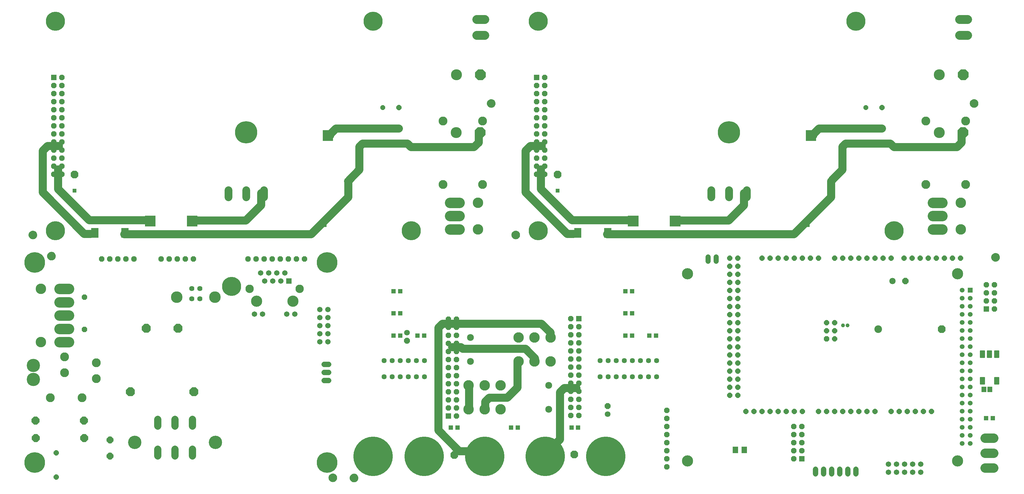
<source format=gbs>
G75*
G70*
%OFA0B0*%
%FSLAX24Y24*%
%IPPOS*%
%LPD*%
%AMOC8*
5,1,8,0,0,1.08239X$1,22.5*
%
%ADD10C,0.1000*%
%ADD11C,0.0973*%
%ADD12C,0.2759*%
%ADD13R,0.0674X0.0674*%
%ADD14OC8,0.0674*%
%ADD15C,0.1360*%
%ADD16OC8,0.1360*%
%ADD17C,0.1100*%
%ADD18OC8,0.0946*%
%ADD19R,0.0516X0.0516*%
%ADD20OC8,0.0640*%
%ADD21OC8,0.0600*%
%ADD22C,0.1100*%
%ADD23OC8,0.0973*%
%ADD24C,0.0907*%
%ADD25OC8,0.0840*%
%ADD26C,0.1653*%
%ADD27C,0.0674*%
%ADD28C,0.0674*%
%ADD29C,0.0640*%
%ADD30C,0.1436*%
%ADD31C,0.1039*%
%ADD32C,0.1386*%
%ADD33OC8,0.0680*%
%ADD34C,0.0477*%
%ADD35OC8,0.0710*%
%ADD36C,0.0710*%
%ADD37C,0.0640*%
%ADD38C,0.0946*%
%ADD39OC8,0.0634*%
%ADD40C,0.1299*%
%ADD41C,0.0848*%
%ADD42C,0.4885*%
%ADD43R,0.0552X0.0552*%
%ADD44C,0.1172*%
%ADD45C,0.0595*%
%ADD46R,0.0595X0.0595*%
%ADD47C,0.0634*%
%ADD48R,0.0710X0.0789*%
%ADD49R,0.0592X0.0671*%
%ADD50C,0.0095*%
%ADD51C,0.0050*%
%ADD52C,0.0780*%
%ADD53OC8,0.0780*%
%ADD54OC8,0.1100*%
%ADD55C,0.1299*%
%ADD56R,0.0516X0.0516*%
%ADD57C,0.2365*%
%ADD58C,0.2562*%
%ADD59C,0.1650*%
D10*
X056090Y010222D02*
X056090Y022947D01*
X056590Y023447D01*
X068040Y023447D01*
X068140Y023447D02*
X068865Y023447D01*
X069990Y022322D01*
X069990Y021797D01*
X068065Y019147D02*
X066890Y020322D01*
X059090Y020322D01*
X058890Y020522D01*
X057815Y020522D01*
X065890Y018697D02*
X065890Y015522D01*
X064640Y014272D01*
X062390Y014272D01*
X061890Y013772D01*
X061890Y012847D01*
X059915Y012947D02*
X059915Y015747D01*
X068065Y018847D02*
X068065Y019147D01*
X071715Y015472D02*
X071165Y014922D01*
X071165Y009097D01*
X069740Y007672D01*
X060790Y007647D02*
X058665Y007647D01*
X056090Y010222D01*
X071715Y015472D02*
X073215Y015472D01*
X072833Y034572D02*
X072058Y034572D01*
X066908Y039722D01*
X066908Y044872D01*
X067508Y045472D01*
X068908Y045472D01*
X068808Y042572D02*
X068808Y040147D01*
X072683Y036272D01*
X079658Y036272D01*
X077008Y034522D02*
X100183Y034522D01*
X104783Y039122D01*
X104783Y041072D01*
X104758Y041097D01*
X104908Y041272D02*
X104933Y041272D01*
X104908Y041272D02*
X106158Y042522D01*
X106158Y045372D01*
X106558Y045772D01*
X112108Y045772D01*
X112558Y045322D01*
X120358Y045322D01*
X120933Y045897D01*
X120933Y046847D01*
X111058Y047622D02*
X103258Y047622D01*
X102558Y046922D01*
X102558Y046797D01*
X093983Y039622D02*
X093983Y038122D01*
X092083Y036222D01*
X086058Y036222D01*
X061090Y045897D02*
X060515Y045322D01*
X052715Y045322D01*
X052265Y045772D01*
X046715Y045772D01*
X046315Y045372D01*
X046315Y042522D01*
X045065Y041272D01*
X045090Y041272D01*
X044915Y041097D02*
X044940Y041072D01*
X044940Y039122D01*
X040340Y034522D01*
X017165Y034522D01*
X019815Y036272D02*
X012840Y036272D01*
X008965Y040147D01*
X008965Y042572D01*
X007065Y044872D02*
X007065Y039722D01*
X012215Y034572D01*
X012990Y034572D01*
X026215Y036222D02*
X032240Y036222D01*
X034140Y038122D01*
X034140Y039622D01*
X042715Y046797D02*
X042715Y046922D01*
X043415Y047622D01*
X051215Y047622D01*
X061090Y046847D02*
X061090Y045897D01*
X009065Y045472D02*
X007665Y045472D01*
X007065Y044872D01*
D11*
X030052Y040015D02*
X030052Y039130D01*
X032252Y039130D02*
X032252Y040015D01*
X034452Y040015D02*
X034452Y039130D01*
X089895Y039130D02*
X089895Y040015D01*
X092095Y040015D02*
X092095Y039130D01*
X094295Y039130D02*
X094295Y040015D01*
D12*
X092095Y047173D03*
X032252Y047173D03*
D13*
X008422Y053988D03*
X037556Y028746D03*
X057351Y012011D03*
X073493Y024067D03*
X101140Y006697D03*
X123990Y025272D03*
X068265Y053988D03*
D14*
X069265Y053988D03*
X069265Y052988D03*
X068265Y052988D03*
X068265Y051988D03*
X069265Y051988D03*
X069265Y050988D03*
X068265Y050988D03*
X068265Y049988D03*
X069265Y049988D03*
X069265Y048988D03*
X068265Y048988D03*
X068265Y047988D03*
X069265Y047988D03*
X069265Y046988D03*
X068265Y046988D03*
X068265Y045988D03*
X069265Y045988D03*
X069265Y044988D03*
X068265Y044988D03*
X068265Y043988D03*
X069265Y043988D03*
X069265Y042988D03*
X068265Y042988D03*
X068265Y041988D03*
X069265Y041988D03*
X039515Y031472D03*
X038515Y031472D03*
X037515Y031472D03*
X036515Y031472D03*
X035515Y031472D03*
X034515Y031472D03*
X033515Y031472D03*
X032515Y031472D03*
X025740Y031472D03*
X024740Y031472D03*
X023740Y031472D03*
X022740Y031472D03*
X021740Y031472D03*
X018365Y031472D03*
X017365Y031472D03*
X016365Y031472D03*
X015365Y031472D03*
X014365Y031472D03*
X009422Y041988D03*
X008422Y041988D03*
X008422Y042988D03*
X008422Y043988D03*
X009422Y043988D03*
X009422Y042988D03*
X009422Y044988D03*
X008422Y044988D03*
X008422Y045988D03*
X008422Y046988D03*
X009422Y046988D03*
X009422Y045988D03*
X009422Y047988D03*
X008422Y047988D03*
X008422Y048988D03*
X009422Y048988D03*
X009422Y049988D03*
X008422Y049988D03*
X008422Y050988D03*
X008422Y051988D03*
X009422Y051988D03*
X009422Y050988D03*
X009422Y052988D03*
X008422Y052988D03*
X009422Y053988D03*
X057351Y024011D03*
X058351Y024011D03*
X058351Y023011D03*
X057351Y023011D03*
X057351Y022011D03*
X057351Y021011D03*
X058351Y021011D03*
X058351Y022011D03*
X058351Y020011D03*
X057351Y020011D03*
X057351Y019011D03*
X058351Y019011D03*
X058351Y018011D03*
X057351Y018011D03*
X057351Y017011D03*
X058351Y017011D03*
X058351Y016011D03*
X057351Y016011D03*
X057351Y015011D03*
X057351Y014011D03*
X058351Y014011D03*
X058351Y015011D03*
X058351Y013011D03*
X057351Y013011D03*
X058351Y012011D03*
X072493Y012067D03*
X072493Y013067D03*
X073493Y013067D03*
X073493Y012067D03*
X073493Y014067D03*
X073493Y015067D03*
X072493Y015067D03*
X072493Y014067D03*
X072493Y016067D03*
X073493Y016067D03*
X073493Y017067D03*
X073493Y018067D03*
X072493Y018067D03*
X072493Y017067D03*
X072493Y019067D03*
X072493Y020067D03*
X073493Y020067D03*
X073493Y019067D03*
X073493Y021067D03*
X072493Y021067D03*
X072493Y022067D03*
X072493Y023067D03*
X073493Y023067D03*
X073493Y022067D03*
X072493Y024067D03*
X084390Y012697D03*
X084390Y011697D03*
X084390Y010697D03*
X084390Y009697D03*
X084390Y008697D03*
X084390Y007697D03*
X084390Y006697D03*
X084390Y005697D03*
X100140Y006697D03*
X100140Y007697D03*
X100140Y008697D03*
X101140Y008697D03*
X101140Y007697D03*
X101140Y009697D03*
X100140Y009697D03*
X100140Y010697D03*
X101140Y010697D03*
X124990Y025272D03*
X124990Y026272D03*
X123990Y026272D03*
X123990Y027272D03*
X123990Y028272D03*
X124990Y028272D03*
X124990Y027272D03*
D15*
X118157Y047147D03*
X118182Y054297D03*
X058339Y054297D03*
X058314Y047147D03*
D16*
X061267Y047147D03*
X061292Y054297D03*
X121134Y054297D03*
X121109Y047147D03*
D17*
X120683Y059197D02*
X121683Y059197D01*
X121683Y061166D02*
X120683Y061166D01*
X061840Y061166D02*
X060840Y061166D01*
X060840Y059197D02*
X061840Y059197D01*
D18*
X070858Y041922D03*
X118455Y022772D03*
X072922Y007228D03*
X058078Y007172D03*
X011015Y041922D03*
D19*
X011015Y039922D03*
X070858Y039922D03*
X070922Y007228D03*
X056078Y007172D03*
D20*
X008740Y004447D03*
X008740Y007447D03*
X051215Y050247D03*
X111058Y050247D03*
D21*
X109058Y050247D03*
X049215Y050247D03*
D22*
X056655Y048584D03*
X061576Y048584D03*
X061576Y040710D03*
X056655Y040710D03*
X009772Y019346D03*
X009772Y017371D03*
X013709Y016623D03*
X013709Y018598D03*
X011940Y014287D03*
X008003Y014287D03*
X116497Y040710D03*
X121419Y040710D03*
X121419Y048584D03*
X116497Y048584D03*
D23*
X012176Y011442D03*
X012201Y009262D03*
X006201Y009262D03*
X006176Y011442D03*
D24*
X021290Y011610D02*
X021290Y010785D01*
X023440Y010785D02*
X023440Y011610D01*
X025590Y011610D02*
X025590Y010785D01*
X025590Y007910D02*
X025590Y007085D01*
X023440Y007085D02*
X023440Y007910D01*
X021290Y007910D02*
X021290Y007085D01*
D25*
X015390Y007022D03*
X015390Y009022D03*
D26*
X018465Y008722D03*
X028465Y008722D03*
D27*
X041919Y016397D02*
X042512Y016397D01*
X042512Y017397D02*
X041919Y017397D01*
X041919Y018397D02*
X042512Y018397D01*
X102840Y005419D02*
X102840Y004825D01*
X103840Y004825D02*
X103840Y005419D01*
X104840Y005419D02*
X104840Y004825D01*
X105840Y004825D02*
X105840Y005419D01*
X106840Y005419D02*
X106840Y004825D01*
X107840Y004825D02*
X107840Y005419D01*
D28*
X111865Y005022D03*
X112865Y005022D03*
X113865Y005022D03*
X114865Y005022D03*
X115865Y005022D03*
X115865Y006022D03*
X114865Y006022D03*
X113865Y006022D03*
X112865Y006022D03*
X111865Y006022D03*
X042410Y021210D03*
X041410Y021210D03*
X041410Y022210D03*
X041410Y023210D03*
X042410Y023210D03*
X042410Y022210D03*
X042410Y024210D03*
X041410Y024210D03*
X041410Y025210D03*
X042410Y025210D03*
X038296Y024628D03*
X037296Y024628D03*
X034316Y024628D03*
X033316Y024628D03*
X034556Y028746D03*
X035556Y028746D03*
X036556Y028746D03*
X037056Y029746D03*
X036056Y029746D03*
X035056Y029746D03*
X034056Y029746D03*
D29*
X026534Y027812D03*
X025550Y027812D03*
X025550Y026552D03*
X026534Y026552D03*
D30*
X028412Y026749D03*
X023672Y026749D03*
D31*
X032705Y027778D03*
X038906Y027778D03*
D32*
X038056Y026246D03*
X033556Y026246D03*
X086977Y029653D03*
X120441Y029653D03*
X120441Y006425D03*
X086977Y006425D03*
D33*
X104186Y021587D03*
X012240Y022722D03*
X012240Y026722D03*
D34*
X106240Y023247D03*
X106791Y023247D03*
D35*
X077065Y013222D03*
X052190Y021347D03*
D36*
X052190Y022347D03*
X077065Y012222D03*
D37*
X089490Y031192D02*
X089490Y031752D01*
X090490Y031752D02*
X090490Y031192D01*
D38*
X110585Y022772D03*
D39*
X105186Y022587D03*
X104186Y022587D03*
X105186Y021587D03*
X105186Y023587D03*
X104186Y023587D03*
X093186Y023587D03*
X092186Y023587D03*
X092186Y022587D03*
X092186Y021587D03*
X093186Y021587D03*
X093186Y022587D03*
X093186Y020587D03*
X092186Y020587D03*
X092186Y019587D03*
X093186Y019587D03*
X093186Y018587D03*
X092186Y018587D03*
X092186Y017587D03*
X092186Y016587D03*
X093186Y016587D03*
X093186Y017587D03*
X093186Y015587D03*
X092186Y015587D03*
X092186Y014587D03*
X093186Y014587D03*
X094186Y012587D03*
X095186Y012587D03*
X096186Y012587D03*
X097186Y012587D03*
X098186Y012587D03*
X099186Y012587D03*
X100186Y012587D03*
X101186Y012587D03*
X103186Y012587D03*
X104186Y012587D03*
X105186Y012587D03*
X106186Y012587D03*
X107186Y012587D03*
X108186Y012587D03*
X109186Y012587D03*
X110186Y012587D03*
X112186Y012587D03*
X113186Y012587D03*
X114186Y012587D03*
X115186Y012587D03*
X116186Y012587D03*
X117186Y012587D03*
X093186Y024587D03*
X092186Y024587D03*
X092186Y025587D03*
X093186Y025587D03*
X093186Y026587D03*
X092186Y026587D03*
X092186Y027587D03*
X093186Y027587D03*
X093186Y028587D03*
X092186Y028587D03*
X092186Y029587D03*
X092186Y030587D03*
X093186Y030587D03*
X093186Y029587D03*
X093186Y031587D03*
X092186Y031587D03*
X096186Y031587D03*
X097186Y031587D03*
X098186Y031587D03*
X099186Y031587D03*
X100186Y031587D03*
X101186Y031587D03*
X102186Y031587D03*
X103186Y031587D03*
X105186Y031587D03*
X106186Y031587D03*
X107186Y031587D03*
X108186Y031587D03*
X109186Y031587D03*
X110186Y031587D03*
X111186Y031587D03*
X112186Y031587D03*
X113786Y031587D03*
X114786Y031587D03*
X115786Y031587D03*
X116786Y031587D03*
X117786Y031587D03*
X118786Y031587D03*
X119786Y031587D03*
X120786Y031587D03*
D40*
X120832Y035140D03*
X120832Y038447D03*
X069989Y021735D03*
X068004Y021735D03*
X066020Y021735D03*
X066020Y018759D03*
X068004Y018759D03*
X069989Y018759D03*
X063811Y015810D03*
X061827Y015810D03*
X059842Y015810D03*
X059842Y012834D03*
X061827Y012834D03*
X063811Y012834D03*
X060989Y035140D03*
X060989Y038447D03*
X006841Y027772D03*
X006841Y021158D03*
D41*
X060067Y021735D03*
X060067Y018759D03*
X069764Y015810D03*
X069764Y012834D03*
D42*
X069319Y007015D03*
X076819Y007015D03*
X061819Y007015D03*
X054319Y007015D03*
X048000Y007015D03*
D43*
X057626Y010559D03*
X058453Y010559D03*
X065107Y010559D03*
X065933Y010559D03*
X072587Y010559D03*
X073414Y010559D03*
X079280Y021976D03*
X080107Y021976D03*
X082233Y021976D03*
X083059Y021976D03*
X080107Y024732D03*
X079280Y024732D03*
X079280Y027488D03*
X080107Y027488D03*
X054319Y021976D03*
X053492Y021976D03*
X051366Y021976D03*
X050540Y021976D03*
X050540Y024732D03*
X051366Y024732D03*
X051366Y027488D03*
X050540Y027488D03*
X123965Y011740D03*
X124792Y011740D03*
D44*
X124911Y009259D02*
X123846Y009259D01*
X123846Y007409D02*
X124911Y007409D01*
X124911Y005559D02*
X123846Y005559D01*
D45*
X122016Y008590D03*
X121016Y008590D03*
X121016Y009590D03*
X122016Y009590D03*
X122016Y010590D03*
X121016Y010590D03*
X121016Y011590D03*
X122016Y011590D03*
X122016Y012590D03*
X121016Y012590D03*
X121016Y013590D03*
X122016Y013590D03*
X122016Y014590D03*
X121016Y014590D03*
X121016Y015590D03*
X122016Y015590D03*
X122016Y016590D03*
X121016Y016590D03*
X121016Y017590D03*
X122016Y017590D03*
X122016Y018590D03*
X121016Y018590D03*
X121016Y019590D03*
X122016Y019590D03*
X122016Y020590D03*
X121016Y020590D03*
X121016Y021590D03*
X122016Y021590D03*
X122016Y022590D03*
X121016Y022590D03*
X121016Y023590D03*
X122016Y023590D03*
X122016Y024590D03*
X121016Y024590D03*
X121016Y025590D03*
X122016Y025590D03*
X122016Y026590D03*
X121016Y026590D03*
X121016Y027590D03*
D46*
X122016Y027590D03*
D47*
X083150Y018858D03*
X082150Y018858D03*
X081150Y018858D03*
X080150Y018858D03*
X079150Y018858D03*
X078150Y018858D03*
X077150Y018858D03*
X076150Y018858D03*
X076150Y016858D03*
X077150Y016858D03*
X078150Y016858D03*
X079150Y016858D03*
X080150Y016858D03*
X081150Y016858D03*
X082150Y016858D03*
X083150Y016858D03*
X054378Y016858D03*
X053378Y016858D03*
X052378Y016858D03*
X051378Y016858D03*
X050378Y016858D03*
X049378Y016858D03*
X049378Y018858D03*
X050378Y018858D03*
X051378Y018858D03*
X052378Y018858D03*
X053378Y018858D03*
X054378Y018858D03*
D48*
X092914Y007797D03*
X094017Y007797D03*
D49*
X123691Y015297D03*
X124439Y015297D03*
D50*
X124996Y015979D02*
X124996Y016791D01*
X125532Y016791D01*
X125532Y015979D01*
X124996Y015979D01*
X124996Y016073D02*
X125532Y016073D01*
X125532Y016167D02*
X124996Y016167D01*
X124996Y016261D02*
X125532Y016261D01*
X125532Y016355D02*
X124996Y016355D01*
X124996Y016449D02*
X125532Y016449D01*
X125532Y016543D02*
X124996Y016543D01*
X124996Y016637D02*
X125532Y016637D01*
X125532Y016731D02*
X124996Y016731D01*
X123224Y016791D02*
X123224Y015979D01*
X123224Y016791D02*
X123760Y016791D01*
X123760Y015979D01*
X123224Y015979D01*
X123224Y016073D02*
X123760Y016073D01*
X123760Y016167D02*
X123224Y016167D01*
X123224Y016261D02*
X123760Y016261D01*
X123760Y016355D02*
X123224Y016355D01*
X123224Y016449D02*
X123760Y016449D01*
X123760Y016543D02*
X123224Y016543D01*
X123224Y016637D02*
X123760Y016637D01*
X123760Y016731D02*
X123224Y016731D01*
X123224Y019287D02*
X123224Y020099D01*
X123760Y020099D01*
X123760Y019287D01*
X123224Y019287D01*
X123224Y019381D02*
X123760Y019381D01*
X123760Y019475D02*
X123224Y019475D01*
X123224Y019569D02*
X123760Y019569D01*
X123760Y019663D02*
X123224Y019663D01*
X123224Y019757D02*
X123760Y019757D01*
X123760Y019851D02*
X123224Y019851D01*
X123224Y019945D02*
X123760Y019945D01*
X123760Y020039D02*
X123224Y020039D01*
X124110Y020099D02*
X124110Y019287D01*
X124110Y020099D02*
X124646Y020099D01*
X124646Y019287D01*
X124110Y019287D01*
X124110Y019381D02*
X124646Y019381D01*
X124646Y019475D02*
X124110Y019475D01*
X124110Y019569D02*
X124646Y019569D01*
X124646Y019663D02*
X124110Y019663D01*
X124110Y019757D02*
X124646Y019757D01*
X124646Y019851D02*
X124110Y019851D01*
X124110Y019945D02*
X124646Y019945D01*
X124646Y020039D02*
X124110Y020039D01*
X124996Y020099D02*
X124996Y019287D01*
X124996Y020099D02*
X125532Y020099D01*
X125532Y019287D01*
X124996Y019287D01*
X124996Y019381D02*
X125532Y019381D01*
X125532Y019475D02*
X124996Y019475D01*
X124996Y019569D02*
X125532Y019569D01*
X125532Y019663D02*
X124996Y019663D01*
X124996Y019757D02*
X125532Y019757D01*
X125532Y019851D02*
X124996Y019851D01*
X124996Y019945D02*
X125532Y019945D01*
X125532Y020039D02*
X124996Y020039D01*
D51*
X125140Y031172D02*
X125054Y031180D01*
X124969Y031202D01*
X124890Y031239D01*
X124819Y031289D01*
X124757Y031351D01*
X124707Y031422D01*
X124671Y031501D01*
X124648Y031585D01*
X124640Y031672D01*
X124648Y031759D01*
X124671Y031843D01*
X124707Y031922D01*
X124757Y031993D01*
X124819Y032055D01*
X124890Y032105D01*
X124969Y032142D01*
X125054Y032164D01*
X125140Y032172D01*
X125227Y032164D01*
X125311Y032142D01*
X125390Y032105D01*
X125462Y032055D01*
X125523Y031993D01*
X125573Y031922D01*
X125610Y031843D01*
X125633Y031759D01*
X125640Y031672D01*
X125633Y031585D01*
X125610Y031501D01*
X125573Y031422D01*
X125523Y031351D01*
X125462Y031289D01*
X125390Y031239D01*
X125311Y031202D01*
X125227Y031180D01*
X125140Y031172D01*
X124944Y031214D02*
X125337Y031214D01*
X125424Y031263D02*
X124857Y031263D01*
X124797Y031311D02*
X125484Y031311D01*
X125530Y031360D02*
X124751Y031360D01*
X124717Y031408D02*
X125564Y031408D01*
X125590Y031457D02*
X124691Y031457D01*
X124669Y031505D02*
X125611Y031505D01*
X125624Y031554D02*
X124656Y031554D01*
X124647Y031602D02*
X125634Y031602D01*
X125639Y031651D02*
X124642Y031651D01*
X124643Y031699D02*
X125638Y031699D01*
X125634Y031748D02*
X124647Y031748D01*
X124658Y031796D02*
X125623Y031796D01*
X125610Y031845D02*
X124671Y031845D01*
X124694Y031893D02*
X125587Y031893D01*
X125560Y031942D02*
X124721Y031942D01*
X124755Y031990D02*
X125526Y031990D01*
X125478Y032039D02*
X124803Y032039D01*
X124865Y032087D02*
X125416Y032087D01*
X125325Y032136D02*
X124956Y032136D01*
X122570Y050255D02*
X122483Y050247D01*
X122396Y050255D01*
X122312Y050277D01*
X122233Y050314D01*
X122162Y050364D01*
X122100Y050426D01*
X122050Y050497D01*
X122013Y050576D01*
X121991Y050660D01*
X121983Y050747D01*
X121991Y050834D01*
X122013Y050918D01*
X122050Y050997D01*
X122100Y051068D01*
X122162Y051130D01*
X122233Y051180D01*
X122312Y051217D01*
X122396Y051239D01*
X122483Y051247D01*
X122570Y051239D01*
X122654Y051217D01*
X122733Y051180D01*
X122804Y051130D01*
X122866Y051068D01*
X122916Y050997D01*
X122953Y050918D01*
X122975Y050834D01*
X122983Y050747D01*
X122975Y050660D01*
X122953Y050576D01*
X122916Y050497D01*
X122866Y050426D01*
X122804Y050364D01*
X122733Y050314D01*
X122654Y050277D01*
X122570Y050255D01*
X122645Y050275D02*
X122321Y050275D01*
X122220Y050323D02*
X122746Y050323D01*
X122812Y050372D02*
X122154Y050372D01*
X122105Y050420D02*
X122861Y050420D01*
X122896Y050469D02*
X122070Y050469D01*
X122040Y050517D02*
X122925Y050517D01*
X122948Y050566D02*
X122018Y050566D01*
X122003Y050614D02*
X122963Y050614D01*
X122976Y050663D02*
X121990Y050663D01*
X121986Y050711D02*
X122980Y050711D01*
X122982Y050760D02*
X121984Y050760D01*
X121988Y050808D02*
X122978Y050808D01*
X122969Y050857D02*
X121997Y050857D01*
X122010Y050905D02*
X122956Y050905D01*
X122936Y050954D02*
X122030Y050954D01*
X122054Y051002D02*
X122912Y051002D01*
X122878Y051051D02*
X122088Y051051D01*
X122131Y051099D02*
X122835Y051099D01*
X122779Y051148D02*
X122187Y051148D01*
X122268Y051196D02*
X122698Y051196D01*
X122509Y051245D02*
X122457Y051245D01*
X066153Y034618D02*
X066175Y034534D01*
X066183Y034447D01*
X066175Y034360D01*
X066153Y034276D01*
X066116Y034197D01*
X066066Y034126D01*
X066004Y034064D01*
X065933Y034014D01*
X065854Y033977D01*
X065770Y033955D01*
X065683Y033947D01*
X065596Y033955D01*
X065512Y033977D01*
X065433Y034014D01*
X065362Y034064D01*
X065300Y034126D01*
X065250Y034197D01*
X065213Y034276D01*
X065191Y034360D01*
X065183Y034447D01*
X065191Y034534D01*
X065213Y034618D01*
X065250Y034697D01*
X065300Y034768D01*
X065362Y034830D01*
X065433Y034880D01*
X065512Y034917D01*
X065596Y034939D01*
X065683Y034947D01*
X065770Y034939D01*
X065854Y034917D01*
X065933Y034880D01*
X066004Y034830D01*
X066066Y034768D01*
X066116Y034697D01*
X066153Y034618D01*
X066155Y034609D02*
X065211Y034609D01*
X065198Y034561D02*
X066168Y034561D01*
X066177Y034512D02*
X065189Y034512D01*
X065184Y034464D02*
X066181Y034464D01*
X066180Y034415D02*
X065186Y034415D01*
X065190Y034367D02*
X066176Y034367D01*
X066164Y034318D02*
X065202Y034318D01*
X065216Y034270D02*
X066150Y034270D01*
X066127Y034221D02*
X065239Y034221D01*
X065267Y034173D02*
X066099Y034173D01*
X066065Y034124D02*
X065301Y034124D01*
X065350Y034076D02*
X066016Y034076D01*
X065952Y034027D02*
X065414Y034027D01*
X065509Y033979D02*
X065857Y033979D01*
X066134Y034658D02*
X065232Y034658D01*
X065256Y034706D02*
X066110Y034706D01*
X066076Y034755D02*
X065290Y034755D01*
X065335Y034803D02*
X066031Y034803D01*
X065973Y034852D02*
X065392Y034852D01*
X065476Y034900D02*
X065890Y034900D01*
X062727Y050255D02*
X062640Y050247D01*
X062554Y050255D01*
X062469Y050277D01*
X062390Y050314D01*
X062319Y050364D01*
X062257Y050426D01*
X062207Y050497D01*
X062171Y050576D01*
X062148Y050660D01*
X062140Y050747D01*
X062148Y050834D01*
X062171Y050918D01*
X062207Y050997D01*
X062257Y051068D01*
X062319Y051130D01*
X062390Y051180D01*
X062469Y051217D01*
X062554Y051239D01*
X062640Y051247D01*
X062727Y051239D01*
X062811Y051217D01*
X062890Y051180D01*
X062962Y051130D01*
X063023Y051068D01*
X063073Y050997D01*
X063110Y050918D01*
X063133Y050834D01*
X063140Y050747D01*
X063133Y050660D01*
X063110Y050576D01*
X063073Y050497D01*
X063023Y050426D01*
X062962Y050364D01*
X062890Y050314D01*
X062811Y050277D01*
X062727Y050255D01*
X062802Y050275D02*
X062478Y050275D01*
X062377Y050323D02*
X062904Y050323D01*
X062970Y050372D02*
X062311Y050372D01*
X062263Y050420D02*
X063018Y050420D01*
X063054Y050469D02*
X062227Y050469D01*
X062198Y050517D02*
X063083Y050517D01*
X063105Y050566D02*
X062175Y050566D01*
X062160Y050614D02*
X063121Y050614D01*
X063133Y050663D02*
X062148Y050663D01*
X062144Y050711D02*
X063137Y050711D01*
X063139Y050760D02*
X062142Y050760D01*
X062146Y050808D02*
X063135Y050808D01*
X063127Y050857D02*
X062154Y050857D01*
X062167Y050905D02*
X063114Y050905D01*
X063094Y050954D02*
X062187Y050954D01*
X062211Y051002D02*
X063070Y051002D01*
X063036Y051051D02*
X062245Y051051D01*
X062288Y051099D02*
X062993Y051099D01*
X062937Y051148D02*
X062344Y051148D01*
X062425Y051196D02*
X062856Y051196D01*
X062666Y051245D02*
X062615Y051245D01*
X008610Y031993D02*
X008633Y031909D01*
X008640Y031822D01*
X008633Y031735D01*
X008610Y031651D01*
X008573Y031572D01*
X008523Y031501D01*
X008462Y031439D01*
X008390Y031389D01*
X008311Y031352D01*
X008227Y031330D01*
X008140Y031322D01*
X008054Y031330D01*
X007969Y031352D01*
X007890Y031389D01*
X007819Y031439D01*
X007757Y031501D01*
X007707Y031572D01*
X007671Y031651D01*
X008610Y031651D01*
X008623Y031699D02*
X007658Y031699D01*
X007648Y031735D02*
X007640Y031822D01*
X007648Y031909D01*
X007671Y031993D01*
X007707Y032072D01*
X007757Y032143D01*
X007819Y032205D01*
X007890Y032255D01*
X007969Y032292D01*
X008054Y032314D01*
X008140Y032322D01*
X008227Y032314D01*
X008311Y032292D01*
X008390Y032255D01*
X008462Y032205D01*
X008523Y032143D01*
X008573Y032072D01*
X008610Y031993D01*
X008611Y031990D02*
X007670Y031990D01*
X007657Y031942D02*
X008624Y031942D01*
X008634Y031893D02*
X007647Y031893D01*
X007642Y031845D02*
X008638Y031845D01*
X008638Y031796D02*
X007643Y031796D01*
X007647Y031748D02*
X008634Y031748D01*
X008587Y031602D02*
X007693Y031602D01*
X007671Y031651D02*
X007648Y031735D01*
X007720Y031554D02*
X008561Y031554D01*
X008527Y031505D02*
X007754Y031505D01*
X007801Y031457D02*
X008479Y031457D01*
X008418Y031408D02*
X007863Y031408D01*
X007953Y031360D02*
X008327Y031360D01*
X008589Y032039D02*
X007692Y032039D01*
X007718Y032087D02*
X008563Y032087D01*
X008529Y032136D02*
X007752Y032136D01*
X007798Y032184D02*
X008483Y032184D01*
X008422Y032233D02*
X007858Y032233D01*
X007946Y032281D02*
X008334Y032281D01*
X006011Y033977D02*
X005927Y033955D01*
X005840Y033947D01*
X005754Y033955D01*
X005669Y033977D01*
X005590Y034014D01*
X005519Y034064D01*
X005457Y034126D01*
X005407Y034197D01*
X005371Y034276D01*
X005348Y034360D01*
X005340Y034447D01*
X005348Y034534D01*
X005371Y034618D01*
X005407Y034697D01*
X005457Y034768D01*
X005519Y034830D01*
X005590Y034880D01*
X005669Y034917D01*
X005754Y034939D01*
X005840Y034947D01*
X005927Y034939D01*
X006011Y034917D01*
X006090Y034880D01*
X006162Y034830D01*
X006223Y034768D01*
X006273Y034697D01*
X006310Y034618D01*
X006333Y034534D01*
X006340Y034447D01*
X006333Y034360D01*
X006310Y034276D01*
X006273Y034197D01*
X006223Y034126D01*
X006162Y034064D01*
X006090Y034014D01*
X006011Y033977D01*
X006015Y033979D02*
X005666Y033979D01*
X005572Y034027D02*
X006109Y034027D01*
X006173Y034076D02*
X005507Y034076D01*
X005459Y034124D02*
X006222Y034124D01*
X006256Y034173D02*
X005424Y034173D01*
X005396Y034221D02*
X006285Y034221D01*
X006307Y034270D02*
X005374Y034270D01*
X005359Y034318D02*
X006322Y034318D01*
X006333Y034367D02*
X005347Y034367D01*
X005343Y034415D02*
X006338Y034415D01*
X006339Y034464D02*
X005342Y034464D01*
X005346Y034512D02*
X006335Y034512D01*
X006326Y034561D02*
X005355Y034561D01*
X005368Y034609D02*
X006313Y034609D01*
X006292Y034658D02*
X005389Y034658D01*
X005414Y034706D02*
X006267Y034706D01*
X006233Y034755D02*
X005448Y034755D01*
X005492Y034803D02*
X006189Y034803D01*
X006131Y034852D02*
X005550Y034852D01*
X005634Y034900D02*
X006047Y034900D01*
X042632Y004668D02*
X042694Y004730D01*
X042765Y004780D01*
X042844Y004817D01*
X042929Y004839D01*
X043015Y004847D01*
X043102Y004839D01*
X043186Y004817D01*
X043265Y004780D01*
X043337Y004730D01*
X043398Y004668D01*
X043448Y004597D01*
X043485Y004518D01*
X043508Y004434D01*
X043515Y004347D01*
X043508Y004260D01*
X043485Y004176D01*
X043448Y004097D01*
X043398Y004026D01*
X043337Y003964D01*
X043265Y003914D01*
X043186Y003877D01*
X043102Y003855D01*
X043015Y003847D01*
X042929Y003855D01*
X042844Y003877D01*
X042765Y003914D01*
X042694Y003964D01*
X042632Y004026D01*
X042582Y004097D01*
X042546Y004176D01*
X042523Y004260D01*
X042515Y004347D01*
X042523Y004434D01*
X042546Y004518D01*
X042582Y004597D01*
X042632Y004668D01*
X042649Y004685D02*
X043382Y004685D01*
X043421Y004636D02*
X042610Y004636D01*
X042578Y004588D02*
X043453Y004588D01*
X043475Y004539D02*
X042555Y004539D01*
X042538Y004491D02*
X043493Y004491D01*
X043506Y004442D02*
X042525Y004442D01*
X042519Y004394D02*
X043511Y004394D01*
X043515Y004345D02*
X042516Y004345D01*
X042520Y004297D02*
X043511Y004297D01*
X043505Y004248D02*
X042526Y004248D01*
X042539Y004200D02*
X043492Y004200D01*
X043474Y004151D02*
X042557Y004151D01*
X042580Y004103D02*
X043451Y004103D01*
X043418Y004054D02*
X042613Y004054D01*
X042653Y004006D02*
X043378Y004006D01*
X043327Y003957D02*
X042704Y003957D01*
X042777Y003909D02*
X043254Y003909D01*
X043122Y003860D02*
X042908Y003860D01*
X042698Y004733D02*
X043333Y004733D01*
X043262Y004782D02*
X042769Y004782D01*
X042894Y004830D02*
X043137Y004830D01*
X045148Y004409D02*
X045140Y004322D01*
X045148Y004235D01*
X045171Y004151D01*
X045207Y004072D01*
X045257Y004001D01*
X045319Y003939D01*
X045390Y003889D01*
X045469Y003852D01*
X045554Y003830D01*
X045640Y003822D01*
X045727Y003830D01*
X045811Y003852D01*
X045890Y003889D01*
X045962Y003939D01*
X046023Y004001D01*
X046073Y004072D01*
X046110Y004151D01*
X046133Y004235D01*
X046140Y004322D01*
X046133Y004409D01*
X046110Y004493D01*
X046073Y004572D01*
X046023Y004643D01*
X045962Y004705D01*
X045890Y004755D01*
X045811Y004792D01*
X045727Y004814D01*
X045640Y004822D01*
X045554Y004814D01*
X045469Y004792D01*
X045390Y004755D01*
X045319Y004705D01*
X045257Y004643D01*
X045207Y004572D01*
X045171Y004493D01*
X045148Y004409D01*
X045147Y004394D02*
X046134Y004394D01*
X046124Y004442D02*
X045157Y004442D01*
X045170Y004491D02*
X046111Y004491D01*
X046089Y004539D02*
X045192Y004539D01*
X045218Y004588D02*
X046063Y004588D01*
X046029Y004636D02*
X045252Y004636D01*
X045299Y004685D02*
X045982Y004685D01*
X045922Y004733D02*
X045359Y004733D01*
X045447Y004782D02*
X045834Y004782D01*
X046138Y004345D02*
X045142Y004345D01*
X045143Y004297D02*
X046138Y004297D01*
X046134Y004248D02*
X045147Y004248D01*
X045158Y004200D02*
X046123Y004200D01*
X046110Y004151D02*
X045171Y004151D01*
X045193Y004103D02*
X046088Y004103D01*
X046061Y004054D02*
X045220Y004054D01*
X045254Y004006D02*
X046027Y004006D01*
X045980Y003957D02*
X045301Y003957D01*
X045363Y003909D02*
X045918Y003909D01*
X045828Y003860D02*
X045453Y003860D01*
D52*
X112378Y028722D03*
D53*
X113953Y028722D03*
D54*
X025802Y015010D03*
X017928Y015010D03*
X019897Y022884D03*
X023834Y022884D03*
D55*
X010306Y022811D02*
X009125Y022811D01*
X009125Y024465D02*
X010306Y024465D01*
X010306Y026119D02*
X009125Y026119D01*
X009125Y027772D02*
X010306Y027772D01*
X010306Y021158D02*
X009125Y021158D01*
X057525Y035140D02*
X058706Y035140D01*
X058706Y036794D02*
X057525Y036794D01*
X057525Y038447D02*
X058706Y038447D01*
X117367Y038447D02*
X118548Y038447D01*
X118548Y036794D02*
X117367Y036794D01*
X117367Y035140D02*
X118548Y035140D01*
D56*
X101858Y035672D03*
X101858Y036072D03*
X101433Y036072D03*
X101433Y035672D03*
X085858Y035747D03*
X085858Y036172D03*
X085858Y036597D03*
X085433Y036597D03*
X085433Y036172D03*
X085433Y035747D03*
X085008Y035747D03*
X085008Y036172D03*
X085008Y036597D03*
X080658Y036597D03*
X080658Y036172D03*
X080658Y035747D03*
X080233Y035747D03*
X080233Y036172D03*
X080233Y036597D03*
X079808Y036597D03*
X079808Y036172D03*
X079808Y035747D03*
X077308Y035072D03*
X077308Y034697D03*
X077308Y034322D03*
X076883Y034322D03*
X076883Y034697D03*
X076883Y035072D03*
X073583Y035072D03*
X073583Y034697D03*
X073583Y034322D03*
X073158Y034322D03*
X073158Y034697D03*
X073158Y035072D03*
X101858Y046347D03*
X102258Y046347D03*
X102658Y046347D03*
X102658Y046772D03*
X102258Y046772D03*
X101858Y046772D03*
X101858Y047197D03*
X102258Y047197D03*
X102658Y047197D03*
X042815Y047197D03*
X042415Y047197D03*
X042015Y047197D03*
X042015Y046772D03*
X042415Y046772D03*
X042815Y046772D03*
X042815Y046347D03*
X042415Y046347D03*
X042015Y046347D03*
X026015Y036597D03*
X025590Y036597D03*
X025165Y036597D03*
X025165Y036172D03*
X025165Y035747D03*
X025590Y035747D03*
X025590Y036172D03*
X026015Y036172D03*
X026015Y035747D03*
X020815Y035747D03*
X020390Y035747D03*
X019965Y035747D03*
X019965Y036172D03*
X019965Y036597D03*
X020390Y036597D03*
X020390Y036172D03*
X020815Y036172D03*
X020815Y036597D03*
X017465Y035072D03*
X017465Y034697D03*
X017465Y034322D03*
X017040Y034322D03*
X017040Y034697D03*
X017040Y035072D03*
X013740Y035072D03*
X013740Y034697D03*
X013740Y034322D03*
X013315Y034322D03*
X013315Y034697D03*
X013315Y035072D03*
X041590Y035672D03*
X041590Y036072D03*
X042015Y036072D03*
X042015Y035672D03*
D57*
X052725Y034968D03*
X068473Y034968D03*
X030481Y028078D03*
X008630Y034968D03*
X008630Y060952D03*
X048000Y060952D03*
X068473Y060952D03*
X107843Y060952D03*
X112567Y034968D03*
D58*
X042292Y031031D03*
X006071Y031031D03*
X006071Y006228D03*
X042292Y006228D03*
D59*
X005890Y016522D03*
X005890Y018272D03*
M02*

</source>
